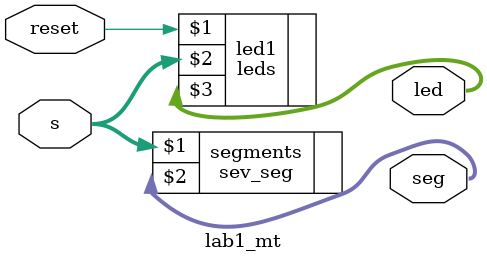
<source format=sv>


// Note: Input s[3:0] and output seg[6:0] are active low.

module lab1_mt(
	input  logic       reset,
	input  logic [3:0] s,
	output logic [2:0] led,
	output logic [6:0] seg
);
	
	leds led1(reset, s, led);
	sev_seg segments(s, seg);
	
	
endmodule
</source>
